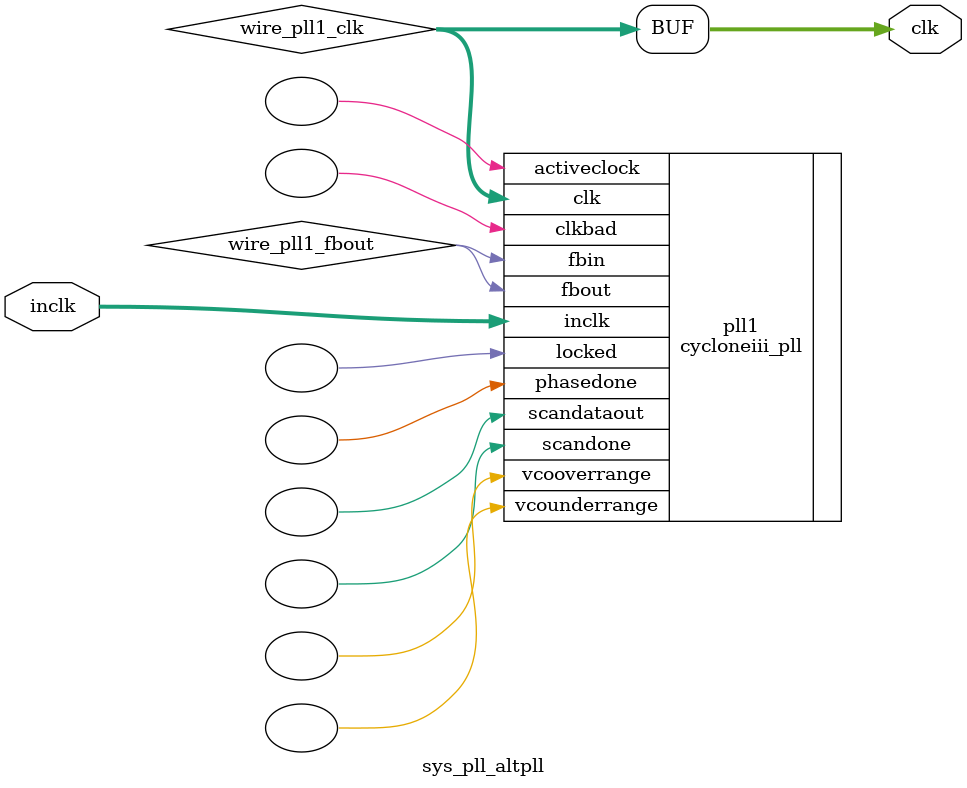
<source format=v>






//synthesis_resources = cycloneiii_pll 1 
//synopsys translate_off
`timescale 1 ps / 1 ps
//synopsys translate_on
module  sys_pll_altpll
	( 
	clk,
	inclk) /* synthesis synthesis_clearbox=1 */;
	output   [4:0]  clk;
	input   [1:0]  inclk;
`ifndef ALTERA_RESERVED_QIS
// synopsys translate_off
`endif
	tri0   [1:0]  inclk;
`ifndef ALTERA_RESERVED_QIS
// synopsys translate_on
`endif

	wire  [4:0]   wire_pll1_clk;
	wire  wire_pll1_fbout;

	cycloneiii_pll   pll1
	( 
	.activeclock(),
	.clk(wire_pll1_clk),
	.clkbad(),
	.fbin(wire_pll1_fbout),
	.fbout(wire_pll1_fbout),
	.inclk(inclk),
	.locked(),
	.phasedone(),
	.scandataout(),
	.scandone(),
	.vcooverrange(),
	.vcounderrange()
	`ifndef FORMAL_VERIFICATION
	// synopsys translate_off
	`endif
	,
	.areset(1'b0),
	.clkswitch(1'b0),
	.configupdate(1'b0),
	.pfdena(1'b1),
	.phasecounterselect({3{1'b0}}),
	.phasestep(1'b0),
	.phaseupdown(1'b0),
	.scanclk(1'b0),
	.scanclkena(1'b1),
	.scandata(1'b0)
	`ifndef FORMAL_VERIFICATION
	// synopsys translate_on
	`endif
	);
	defparam
		pll1.bandwidth_type = "auto",
		pll1.clk0_divide_by = 1,
		pll1.clk0_duty_cycle = 50,
		pll1.clk0_multiply_by = 2,
		pll1.clk0_phase_shift = "0",
		pll1.clk1_divide_by = 5,
		pll1.clk1_duty_cycle = 50,
		pll1.clk1_multiply_by = 8,
		pll1.clk1_phase_shift = "0",
		pll1.clk2_divide_by = 50,
		pll1.clk2_duty_cycle = 50,
		pll1.clk2_multiply_by = 1,
		pll1.clk2_phase_shift = "0",
		pll1.clk3_divide_by = 1,
		pll1.clk3_duty_cycle = 50,
		pll1.clk3_multiply_by = 2,
		pll1.clk3_phase_shift = "40",
		pll1.compensate_clock = "clk0",
		pll1.inclk0_input_frequency = 20000,
		pll1.operation_mode = "normal",
		pll1.pll_type = "auto",
		pll1.lpm_type = "cycloneiii_pll";
	assign
		clk = {wire_pll1_clk[4:0]};
endmodule //sys_pll_altpll
//VALID FILE

</source>
